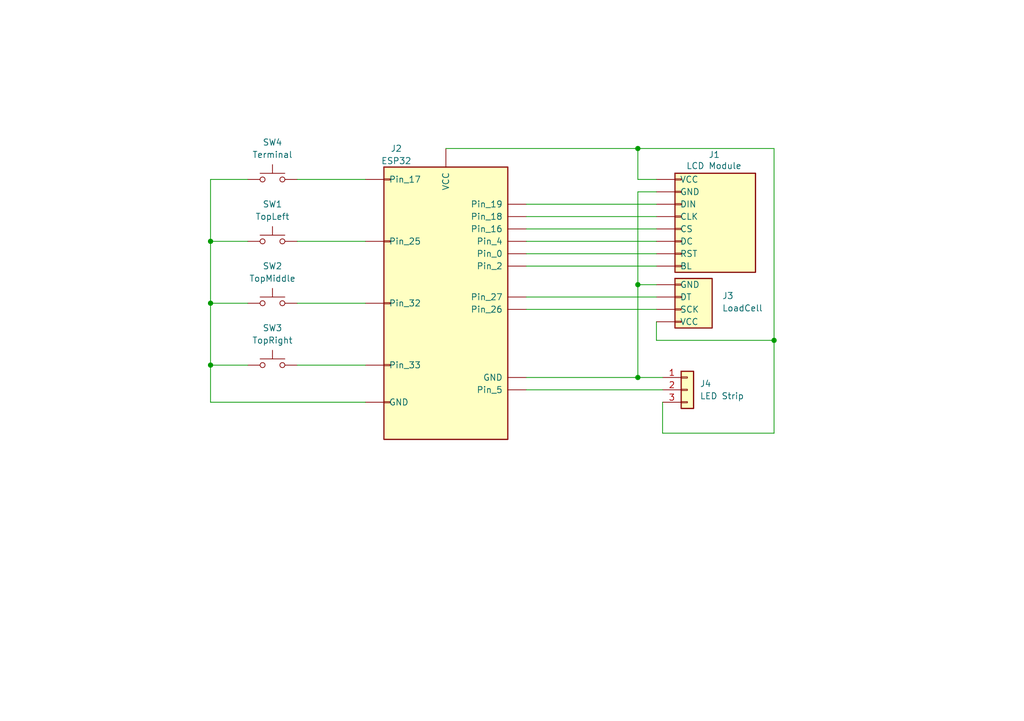
<source format=kicad_sch>
(kicad_sch (version 20250114) (generator "eeschema") (generator_version "9.0")
  (paper "A5")
  (lib_symbols
    (symbol "Connector_Generic:Conn_01x03" (pin_names (offset 1.016) (hide yes))
      (property "Reference" "J" (at 0 5.08 0))
      (property "Value" "Conn_01x03" (at 0 -5.08 0))
      (symbol "Conn_01x03_1_1"
        (rectangle (start -1.27 3.81) (end 1.27 -3.81) (stroke (width 0.254)) (fill (type background)))
        (rectangle (start -1.27 2.667) (end 0 2.413) (stroke (width 0.1524)))
        (rectangle (start -1.27 0.127) (end 0 -0.127) (stroke (width 0.1524)))
        (rectangle (start -1.27 -2.413) (end 0 -2.667) (stroke (width 0.1524)))
        (pin passive line (at -5.08 2.54 0) (length 3.81) (name "Pin_1") (number "1"))
        (pin passive line (at -5.08 0 0) (length 3.81) (name "Pin_2") (number "2"))
        (pin passive line (at -5.08 -2.54 0) (length 3.81) (name "Pin_3") (number "3"))
      )
    )
    (symbol "Connector_Generic:Conn_01x04" (pin_numbers (hide yes)) (pin_names (offset 1.016))
      (property "Reference" "J3" (at 2.54 0.0001 0))
      (property "Value" "LoadCell" (at 2.54 -2.5399 0))
      (symbol "Conn_01x04_1_1"
        (rectangle (start -1.27 3.81) (end 6.35 -6.35) (stroke (width 0.254)) (fill (type background)))
        (rectangle (start -1.27 2.667) (end 0 2.413) (stroke (width 0.1524)))
        (rectangle (start -1.27 0.127) (end 0 -0.127) (stroke (width 0.1524)))
        (rectangle (start -1.27 -2.413) (end 0 -2.667) (stroke (width 0.1524)))
        (rectangle (start -1.27 -4.953) (end 0 -5.207) (stroke (width 0.1524)))
        (pin passive line (at -5.08 2.54 0) (length 3.81) (name "GND") (number "1"))
        (pin passive line (at -5.08 0 0) (length 3.81) (name "DT") (number "2"))
        (pin passive line (at -5.08 -2.54 0) (length 3.81) (name "SCK") (number "3"))
        (pin passive line (at -5.08 -5.08 0) (length 3.81) (name "VCC") (number "4"))
      )
    )
    (symbol "Connector_Generic:Conn_01x08" (pin_numbers (hide yes)) (pin_names (offset 1.016))
      (property "Reference" "J1" (at 2.54 0.0001 0))
      (property "Value" "LCD Module" (at 2.54 -2.5399 0))
      (symbol "Conn_01x08_1_1"
        (rectangle (start -1.27 8.89) (end 15.24 -11.43) (stroke (width 0.254)) (fill (type background)))
        (rectangle (start -1.27 7.747) (end 0 7.493) (stroke (width 0.1524)))
        (rectangle (start -1.27 5.207) (end 0 4.953) (stroke (width 0.1524)))
        (rectangle (start -1.27 2.667) (end 0 2.413) (stroke (width 0.1524)))
        (rectangle (start -1.27 0.127) (end 0 -0.127) (stroke (width 0.1524)))
        (rectangle (start -1.27 -2.413) (end 0 -2.667) (stroke (width 0.1524)))
        (rectangle (start -1.27 -4.953) (end 0 -5.207) (stroke (width 0.1524)))
        (rectangle (start -1.27 -7.493) (end 0 -7.747) (stroke (width 0.1524)))
        (rectangle (start -1.27 -10.033) (end 0 -10.287) (stroke (width 0.1524)))
        (pin passive line (at -5.08 7.62 0) (length 3.81) (name "VCC") (number "1"))
        (pin passive line (at -5.08 5.08 0) (length 3.81) (name "GND") (number "2"))
        (pin passive line (at -5.08 2.54 0) (length 3.81) (name "DIN") (number "3"))
        (pin passive line (at -5.08 0 0) (length 3.81) (name "CLK") (number "4"))
        (pin passive line (at -5.08 -2.54 0) (length 3.81) (name "CS") (number "5"))
        (pin passive line (at -5.08 -5.08 0) (length 3.81) (name "DC") (number "6"))
        (pin passive line (at -5.08 -7.62 0) (length 3.81) (name "RST") (number "7"))
        (pin passive line (at -5.08 -10.16 0) (length 3.81) (name "BL") (number "8"))
      )
    )
    (symbol "Connector_Generic:Conn_2Rows-25Pins" (pin_numbers (hide yes)) (pin_names (offset 1.016))
      (property "Reference" "J2" (at 1.27 21.59 0))
      (property "Value" "ESP32" (at 1.27 19.05 0))
      (symbol "Conn_2Rows-25Pins_1_1"
        (rectangle (start -1.27 17.78) (end 24.13 -38.1) (stroke (width 0.254)) (fill (type background)))
        (rectangle (start -1.27 15.367) (end 0 15.113) (stroke (width 0.1524)))
        (rectangle (start -1.27 2.667) (end 0 2.413) (stroke (width 0.1524)))
        (rectangle (start -1.27 -10.033) (end 0 -10.287) (stroke (width 0.1524)))
        (rectangle (start -1.27 -22.733) (end 0 -22.987) (stroke (width 0.1524)))
        (rectangle (start -1.27 -30.353) (end 0 -30.607) (stroke (width 0.1524)))
        (pin passive line (at -5.08 15.24 0) (length 3.81) (name "Pin_17") (number "17"))
        (pin passive line (at -5.08 2.54 0) (length 3.81) (name "Pin_25") (number "25"))
        (pin passive line (at -5.08 -10.16 0) (length 3.81) (name "Pin_32") (number "32"))
        (pin passive line (at -5.08 -22.86 0) (length 3.81) (name "Pin_33") (number "33"))
        (pin passive line (at -5.08 -30.48 0) (length 3.81) (name "GND") (number "GND"))
        (pin passive line (at 11.43 21.59 270) (length 3.81) (name "VCC") (number "2"))
        (pin passive line (at 27.94 10.16 180) (length 3.81) (name "Pin_19") (number "19"))
        (pin passive line (at 27.94 7.62 180) (length 3.81) (name "Pin_18") (number "18"))
        (pin passive line (at 27.94 5.08 180) (length 3.81) (name "Pin_16") (number "16"))
        (pin passive line (at 27.94 2.54 180) (length 3.81) (name "Pin_4") (number "4"))
        (pin passive line (at 27.94 0 180) (length 3.81) (name "Pin_0") (number "0"))
        (pin passive line (at 27.94 -2.54 180) (length 3.81) (name "Pin_2") (number "2"))
        (pin passive line (at 27.94 -8.89 180) (length 3.81) (name "Pin_27") (number "27"))
        (pin passive line (at 27.94 -11.43 180) (length 3.81) (name "Pin_26") (number "26"))
        (pin passive line (at 27.94 -25.4 180) (length 3.81) (name "GND") (number "GND"))
        (pin passive line (at 27.94 -27.94 180) (length 3.81) (name "Pin_5") (number "5"))
      )
    )
    (symbol "Switch:SW_Push" (pin_numbers (hide yes)) (pin_names (offset 1.016) (hide yes))
      (property "Reference" "SW" (at 1.27 2.54 0))
      (property "Value" "SW_Push" (at 0 -1.524 0))
      (symbol "SW_Push_0_1"
        (circle (center -2.032 0) (radius 0.508))
        (polyline (pts (xy 0 1.27) (xy 0 3.048)))
        (circle (center 2.032 0) (radius 0.508))
        (polyline (pts (xy 2.54 1.27) (xy -2.54 1.27)))
        (pin passive line (at -5.08 0 0) (length 2.54) (name "1") (number "1"))
        (pin passive line (at 5.08 0 180) (length 2.54) (name "2") (number "2"))
      )
    )
  )
  (junction (at 43.18 74.93))
  (junction (at 158.75 69.85))
  (junction (at 130.81 77.47))
  (junction (at 43.18 62.23))
  (junction (at 130.81 58.42))
  (junction (at 130.81 30.48))
  (junction (at 43.18 49.53))
  (wire (pts (xy 43.18 49.53) (xy 50.8 49.53)))
  (wire (pts (xy 60.96 49.53) (xy 74.93 49.53)))
  (wire (pts (xy 43.18 36.83) (xy 43.18 49.53)))
  (wire (pts (xy 130.81 58.42) (xy 130.81 77.47)))
  (wire (pts (xy 107.95 52.07) (xy 134.62 52.07)))
  (wire (pts (xy 158.75 69.85) (xy 158.75 30.48)))
  (wire (pts (xy 130.81 58.42) (xy 134.62 58.42)))
  (wire (pts (xy 43.18 82.55) (xy 74.93 82.55)))
  (wire (pts (xy 130.81 30.48) (xy 130.81 36.83)))
  (wire (pts (xy 91.44 30.48) (xy 130.81 30.48)))
  (wire (pts (xy 107.95 80.01) (xy 135.89 80.01)))
  (wire (pts (xy 43.18 74.93) (xy 43.18 82.55)))
  (wire (pts (xy 60.96 36.83) (xy 74.93 36.83)))
  (wire (pts (xy 158.75 69.85) (xy 158.75 88.9)))
  (wire (pts (xy 107.95 54.61) (xy 134.62 54.61)))
  (wire (pts (xy 107.95 63.5) (xy 134.62 63.5)))
  (wire (pts (xy 50.8 36.83) (xy 43.18 36.83)))
  (wire (pts (xy 134.62 39.37) (xy 130.81 39.37)))
  (wire (pts (xy 43.18 49.53) (xy 43.18 62.23)))
  (wire (pts (xy 134.62 66.04) (xy 134.62 69.85)))
  (wire (pts (xy 107.95 49.53) (xy 134.62 49.53)))
  (wire (pts (xy 130.81 36.83) (xy 134.62 36.83)))
  (wire (pts (xy 134.62 69.85) (xy 158.75 69.85)))
  (wire (pts (xy 60.96 62.23) (xy 74.93 62.23)))
  (wire (pts (xy 43.18 62.23) (xy 43.18 74.93)))
  (wire (pts (xy 135.89 82.55) (xy 135.89 88.9)))
  (wire (pts (xy 130.81 77.47) (xy 135.89 77.47)))
  (wire (pts (xy 107.95 77.47) (xy 130.81 77.47)))
  (wire (pts (xy 107.95 46.99) (xy 134.62 46.99)))
  (wire (pts (xy 107.95 60.96) (xy 134.62 60.96)))
  (wire (pts (xy 43.18 62.23) (xy 50.8 62.23)))
  (wire (pts (xy 130.81 39.37) (xy 130.81 58.42)))
  (wire (pts (xy 60.96 74.93) (xy 74.93 74.93)))
  (wire (pts (xy 135.89 88.9) (xy 158.75 88.9)))
  (wire (pts (xy 107.95 41.91) (xy 134.62 41.91)))
  (wire (pts (xy 158.75 30.48) (xy 130.81 30.48)))
  (wire (pts (xy 107.95 44.45) (xy 134.62 44.45)))
  (wire (pts (xy 43.18 74.93) (xy 50.8 74.93)))
  (symbol (lib_id "Connector_Generic:Conn_01x08") (at 139.7 44.45 0) (unit 1)
    (property "Reference" "J1" (at 145.288 31.75 0) (effects (justify left)))
    (property "Value" "LCD Module" (at 140.716 34.036 0) (effects (justify left)))
    (property "Description" "Generic connector, single row, 01x08, script generated (kicad-library-utils/schlib/autogen/connector/)" (effects (hide yes)))
  )
  (symbol (lib_id "Connector_Generic:Conn_2Rows-25Pins") (at 80.01 52.07 0) (unit 1)
    (property "Reference" "J2" (at 81.28 30.48 0))
    (property "Value" "ESP32" (at 81.28 33.02 0))
    (property "Description" "Generic connector, double row, 25 pins, odd/even pin numbering scheme (row 1 odd numbers, row 2 even numbers), script generated (kicad-library-utils/schlib/autogen/connector/)" (effects (hide yes)))
  )
  (symbol (lib_id "Connector_Generic:Conn_01x04") (at 139.7 60.96 0) (unit 1)
    (property "Reference" "J3" (at 148.082 60.706 0) (effects (justify left)))
    (property "Value" "LoadCell" (at 148.082 63.246 0) (effects (justify left)))
    (property "Description" "Generic connector, single row, 01x04, script generated (kicad-library-utils/schlib/autogen/connector/)" (effects (hide yes)))
  )
  (symbol (lib_id "Switch:SW_Push") (at 55.88 62.23 0) (unit 1)
    (property "Reference" "SW2" (at 55.88 54.61 0))
    (property "Value" "TopMiddle" (at 55.88 57.15 0))
    (property "Description" "Push button switch, generic, two pins" (effects (hide yes)))
  )
  (symbol (lib_id "Switch:SW_Push") (at 55.88 74.93 0) (unit 1)
    (property "Reference" "SW3" (at 55.88 67.31 0))
    (property "Value" "TopRight" (at 55.88 69.85 0))
    (property "Description" "Push button switch, generic, two pins" (effects (hide yes)))
  )
  (symbol (lib_id "Switch:SW_Push") (at 55.88 36.83 0) (unit 1)
    (property "Reference" "SW4" (at 55.88 29.21 0))
    (property "Value" "Terminal" (at 55.88 31.75 0))
    (property "Description" "Push button switch, generic, two pins" (effects (hide yes)))
  )
  (symbol (lib_id "Connector_Generic:Conn_01x03") (at 140.97 80.01 0) (unit 1)
    (property "Reference" "J4" (at 143.51 78.7399 0) (effects (justify left)))
    (property "Value" "LED Strip" (at 143.51 81.2799 0) (effects (justify left)))
    (property "Description" "Generic connector, single row, 01x03, script generated (kicad-library-utils/schlib/autogen/connector/)" (effects (hide yes)))
  )
  (symbol (lib_id "Switch:SW_Push") (at 55.88 49.53 0) (unit 1)
    (property "Reference" "SW1" (at 55.88 41.91 0))
    (property "Value" "TopLeft" (at 55.88 44.45 0))
    (property "Description" "Push button switch, generic, two pins" (effects (hide yes)))
  )
)
</source>
